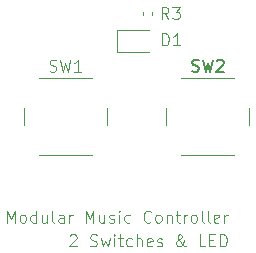
<source format=gto>
%TF.GenerationSoftware,KiCad,Pcbnew,9.0.5-1.fc42*%
%TF.CreationDate,2025-12-03T02:48:56+01:00*%
%TF.ProjectId,Block-Switch-2H,426c6f63-6b2d-4537-9769-7463682d3248,1*%
%TF.SameCoordinates,Original*%
%TF.FileFunction,Legend,Top*%
%TF.FilePolarity,Positive*%
%FSLAX46Y46*%
G04 Gerber Fmt 4.6, Leading zero omitted, Abs format (unit mm)*
G04 Created by KiCad (PCBNEW 9.0.5-1.fc42) date 2025-12-03 02:48:56*
%MOMM*%
%LPD*%
G01*
G04 APERTURE LIST*
%ADD10C,0.125000*%
%ADD11C,0.150000*%
%ADD12C,0.120000*%
G04 APERTURE END LIST*
D10*
X133419512Y-123756357D02*
X133467131Y-123708738D01*
X133467131Y-123708738D02*
X133562369Y-123661119D01*
X133562369Y-123661119D02*
X133800464Y-123661119D01*
X133800464Y-123661119D02*
X133895702Y-123708738D01*
X133895702Y-123708738D02*
X133943321Y-123756357D01*
X133943321Y-123756357D02*
X133990940Y-123851595D01*
X133990940Y-123851595D02*
X133990940Y-123946833D01*
X133990940Y-123946833D02*
X133943321Y-124089690D01*
X133943321Y-124089690D02*
X133371893Y-124661119D01*
X133371893Y-124661119D02*
X133990940Y-124661119D01*
X135133798Y-124613500D02*
X135276655Y-124661119D01*
X135276655Y-124661119D02*
X135514750Y-124661119D01*
X135514750Y-124661119D02*
X135609988Y-124613500D01*
X135609988Y-124613500D02*
X135657607Y-124565880D01*
X135657607Y-124565880D02*
X135705226Y-124470642D01*
X135705226Y-124470642D02*
X135705226Y-124375404D01*
X135705226Y-124375404D02*
X135657607Y-124280166D01*
X135657607Y-124280166D02*
X135609988Y-124232547D01*
X135609988Y-124232547D02*
X135514750Y-124184928D01*
X135514750Y-124184928D02*
X135324274Y-124137309D01*
X135324274Y-124137309D02*
X135229036Y-124089690D01*
X135229036Y-124089690D02*
X135181417Y-124042071D01*
X135181417Y-124042071D02*
X135133798Y-123946833D01*
X135133798Y-123946833D02*
X135133798Y-123851595D01*
X135133798Y-123851595D02*
X135181417Y-123756357D01*
X135181417Y-123756357D02*
X135229036Y-123708738D01*
X135229036Y-123708738D02*
X135324274Y-123661119D01*
X135324274Y-123661119D02*
X135562369Y-123661119D01*
X135562369Y-123661119D02*
X135705226Y-123708738D01*
X136038560Y-123994452D02*
X136229036Y-124661119D01*
X136229036Y-124661119D02*
X136419512Y-124184928D01*
X136419512Y-124184928D02*
X136609988Y-124661119D01*
X136609988Y-124661119D02*
X136800464Y-123994452D01*
X137181417Y-124661119D02*
X137181417Y-123994452D01*
X137181417Y-123661119D02*
X137133798Y-123708738D01*
X137133798Y-123708738D02*
X137181417Y-123756357D01*
X137181417Y-123756357D02*
X137229036Y-123708738D01*
X137229036Y-123708738D02*
X137181417Y-123661119D01*
X137181417Y-123661119D02*
X137181417Y-123756357D01*
X137514750Y-123994452D02*
X137895702Y-123994452D01*
X137657607Y-123661119D02*
X137657607Y-124518261D01*
X137657607Y-124518261D02*
X137705226Y-124613500D01*
X137705226Y-124613500D02*
X137800464Y-124661119D01*
X137800464Y-124661119D02*
X137895702Y-124661119D01*
X138657607Y-124613500D02*
X138562369Y-124661119D01*
X138562369Y-124661119D02*
X138371893Y-124661119D01*
X138371893Y-124661119D02*
X138276655Y-124613500D01*
X138276655Y-124613500D02*
X138229036Y-124565880D01*
X138229036Y-124565880D02*
X138181417Y-124470642D01*
X138181417Y-124470642D02*
X138181417Y-124184928D01*
X138181417Y-124184928D02*
X138229036Y-124089690D01*
X138229036Y-124089690D02*
X138276655Y-124042071D01*
X138276655Y-124042071D02*
X138371893Y-123994452D01*
X138371893Y-123994452D02*
X138562369Y-123994452D01*
X138562369Y-123994452D02*
X138657607Y-124042071D01*
X139086179Y-124661119D02*
X139086179Y-123661119D01*
X139514750Y-124661119D02*
X139514750Y-124137309D01*
X139514750Y-124137309D02*
X139467131Y-124042071D01*
X139467131Y-124042071D02*
X139371893Y-123994452D01*
X139371893Y-123994452D02*
X139229036Y-123994452D01*
X139229036Y-123994452D02*
X139133798Y-124042071D01*
X139133798Y-124042071D02*
X139086179Y-124089690D01*
X140371893Y-124613500D02*
X140276655Y-124661119D01*
X140276655Y-124661119D02*
X140086179Y-124661119D01*
X140086179Y-124661119D02*
X139990941Y-124613500D01*
X139990941Y-124613500D02*
X139943322Y-124518261D01*
X139943322Y-124518261D02*
X139943322Y-124137309D01*
X139943322Y-124137309D02*
X139990941Y-124042071D01*
X139990941Y-124042071D02*
X140086179Y-123994452D01*
X140086179Y-123994452D02*
X140276655Y-123994452D01*
X140276655Y-123994452D02*
X140371893Y-124042071D01*
X140371893Y-124042071D02*
X140419512Y-124137309D01*
X140419512Y-124137309D02*
X140419512Y-124232547D01*
X140419512Y-124232547D02*
X139943322Y-124327785D01*
X140800465Y-124613500D02*
X140895703Y-124661119D01*
X140895703Y-124661119D02*
X141086179Y-124661119D01*
X141086179Y-124661119D02*
X141181417Y-124613500D01*
X141181417Y-124613500D02*
X141229036Y-124518261D01*
X141229036Y-124518261D02*
X141229036Y-124470642D01*
X141229036Y-124470642D02*
X141181417Y-124375404D01*
X141181417Y-124375404D02*
X141086179Y-124327785D01*
X141086179Y-124327785D02*
X140943322Y-124327785D01*
X140943322Y-124327785D02*
X140848084Y-124280166D01*
X140848084Y-124280166D02*
X140800465Y-124184928D01*
X140800465Y-124184928D02*
X140800465Y-124137309D01*
X140800465Y-124137309D02*
X140848084Y-124042071D01*
X140848084Y-124042071D02*
X140943322Y-123994452D01*
X140943322Y-123994452D02*
X141086179Y-123994452D01*
X141086179Y-123994452D02*
X141181417Y-124042071D01*
X143229037Y-124661119D02*
X143181418Y-124661119D01*
X143181418Y-124661119D02*
X143086179Y-124613500D01*
X143086179Y-124613500D02*
X142943322Y-124470642D01*
X142943322Y-124470642D02*
X142705227Y-124184928D01*
X142705227Y-124184928D02*
X142609989Y-124042071D01*
X142609989Y-124042071D02*
X142562370Y-123899214D01*
X142562370Y-123899214D02*
X142562370Y-123803976D01*
X142562370Y-123803976D02*
X142609989Y-123708738D01*
X142609989Y-123708738D02*
X142705227Y-123661119D01*
X142705227Y-123661119D02*
X142752846Y-123661119D01*
X142752846Y-123661119D02*
X142848084Y-123708738D01*
X142848084Y-123708738D02*
X142895703Y-123803976D01*
X142895703Y-123803976D02*
X142895703Y-123851595D01*
X142895703Y-123851595D02*
X142848084Y-123946833D01*
X142848084Y-123946833D02*
X142800465Y-123994452D01*
X142800465Y-123994452D02*
X142514751Y-124184928D01*
X142514751Y-124184928D02*
X142467132Y-124232547D01*
X142467132Y-124232547D02*
X142419513Y-124327785D01*
X142419513Y-124327785D02*
X142419513Y-124470642D01*
X142419513Y-124470642D02*
X142467132Y-124565880D01*
X142467132Y-124565880D02*
X142514751Y-124613500D01*
X142514751Y-124613500D02*
X142609989Y-124661119D01*
X142609989Y-124661119D02*
X142752846Y-124661119D01*
X142752846Y-124661119D02*
X142848084Y-124613500D01*
X142848084Y-124613500D02*
X142895703Y-124565880D01*
X142895703Y-124565880D02*
X143038560Y-124375404D01*
X143038560Y-124375404D02*
X143086179Y-124232547D01*
X143086179Y-124232547D02*
X143086179Y-124137309D01*
X144895703Y-124661119D02*
X144419513Y-124661119D01*
X144419513Y-124661119D02*
X144419513Y-123661119D01*
X145229037Y-124137309D02*
X145562370Y-124137309D01*
X145705227Y-124661119D02*
X145229037Y-124661119D01*
X145229037Y-124661119D02*
X145229037Y-123661119D01*
X145229037Y-123661119D02*
X145705227Y-123661119D01*
X146133799Y-124661119D02*
X146133799Y-123661119D01*
X146133799Y-123661119D02*
X146371894Y-123661119D01*
X146371894Y-123661119D02*
X146514751Y-123708738D01*
X146514751Y-123708738D02*
X146609989Y-123803976D01*
X146609989Y-123803976D02*
X146657608Y-123899214D01*
X146657608Y-123899214D02*
X146705227Y-124089690D01*
X146705227Y-124089690D02*
X146705227Y-124232547D01*
X146705227Y-124232547D02*
X146657608Y-124423023D01*
X146657608Y-124423023D02*
X146609989Y-124518261D01*
X146609989Y-124518261D02*
X146514751Y-124613500D01*
X146514751Y-124613500D02*
X146371894Y-124661119D01*
X146371894Y-124661119D02*
X146133799Y-124661119D01*
X128082331Y-122656319D02*
X128082331Y-121656319D01*
X128082331Y-121656319D02*
X128415664Y-122370604D01*
X128415664Y-122370604D02*
X128748997Y-121656319D01*
X128748997Y-121656319D02*
X128748997Y-122656319D01*
X129368045Y-122656319D02*
X129272807Y-122608700D01*
X129272807Y-122608700D02*
X129225188Y-122561080D01*
X129225188Y-122561080D02*
X129177569Y-122465842D01*
X129177569Y-122465842D02*
X129177569Y-122180128D01*
X129177569Y-122180128D02*
X129225188Y-122084890D01*
X129225188Y-122084890D02*
X129272807Y-122037271D01*
X129272807Y-122037271D02*
X129368045Y-121989652D01*
X129368045Y-121989652D02*
X129510902Y-121989652D01*
X129510902Y-121989652D02*
X129606140Y-122037271D01*
X129606140Y-122037271D02*
X129653759Y-122084890D01*
X129653759Y-122084890D02*
X129701378Y-122180128D01*
X129701378Y-122180128D02*
X129701378Y-122465842D01*
X129701378Y-122465842D02*
X129653759Y-122561080D01*
X129653759Y-122561080D02*
X129606140Y-122608700D01*
X129606140Y-122608700D02*
X129510902Y-122656319D01*
X129510902Y-122656319D02*
X129368045Y-122656319D01*
X130558521Y-122656319D02*
X130558521Y-121656319D01*
X130558521Y-122608700D02*
X130463283Y-122656319D01*
X130463283Y-122656319D02*
X130272807Y-122656319D01*
X130272807Y-122656319D02*
X130177569Y-122608700D01*
X130177569Y-122608700D02*
X130129950Y-122561080D01*
X130129950Y-122561080D02*
X130082331Y-122465842D01*
X130082331Y-122465842D02*
X130082331Y-122180128D01*
X130082331Y-122180128D02*
X130129950Y-122084890D01*
X130129950Y-122084890D02*
X130177569Y-122037271D01*
X130177569Y-122037271D02*
X130272807Y-121989652D01*
X130272807Y-121989652D02*
X130463283Y-121989652D01*
X130463283Y-121989652D02*
X130558521Y-122037271D01*
X131463283Y-121989652D02*
X131463283Y-122656319D01*
X131034712Y-121989652D02*
X131034712Y-122513461D01*
X131034712Y-122513461D02*
X131082331Y-122608700D01*
X131082331Y-122608700D02*
X131177569Y-122656319D01*
X131177569Y-122656319D02*
X131320426Y-122656319D01*
X131320426Y-122656319D02*
X131415664Y-122608700D01*
X131415664Y-122608700D02*
X131463283Y-122561080D01*
X132082331Y-122656319D02*
X131987093Y-122608700D01*
X131987093Y-122608700D02*
X131939474Y-122513461D01*
X131939474Y-122513461D02*
X131939474Y-121656319D01*
X132891855Y-122656319D02*
X132891855Y-122132509D01*
X132891855Y-122132509D02*
X132844236Y-122037271D01*
X132844236Y-122037271D02*
X132748998Y-121989652D01*
X132748998Y-121989652D02*
X132558522Y-121989652D01*
X132558522Y-121989652D02*
X132463284Y-122037271D01*
X132891855Y-122608700D02*
X132796617Y-122656319D01*
X132796617Y-122656319D02*
X132558522Y-122656319D01*
X132558522Y-122656319D02*
X132463284Y-122608700D01*
X132463284Y-122608700D02*
X132415665Y-122513461D01*
X132415665Y-122513461D02*
X132415665Y-122418223D01*
X132415665Y-122418223D02*
X132463284Y-122322985D01*
X132463284Y-122322985D02*
X132558522Y-122275366D01*
X132558522Y-122275366D02*
X132796617Y-122275366D01*
X132796617Y-122275366D02*
X132891855Y-122227747D01*
X133368046Y-122656319D02*
X133368046Y-121989652D01*
X133368046Y-122180128D02*
X133415665Y-122084890D01*
X133415665Y-122084890D02*
X133463284Y-122037271D01*
X133463284Y-122037271D02*
X133558522Y-121989652D01*
X133558522Y-121989652D02*
X133653760Y-121989652D01*
X134748999Y-122656319D02*
X134748999Y-121656319D01*
X134748999Y-121656319D02*
X135082332Y-122370604D01*
X135082332Y-122370604D02*
X135415665Y-121656319D01*
X135415665Y-121656319D02*
X135415665Y-122656319D01*
X136320427Y-121989652D02*
X136320427Y-122656319D01*
X135891856Y-121989652D02*
X135891856Y-122513461D01*
X135891856Y-122513461D02*
X135939475Y-122608700D01*
X135939475Y-122608700D02*
X136034713Y-122656319D01*
X136034713Y-122656319D02*
X136177570Y-122656319D01*
X136177570Y-122656319D02*
X136272808Y-122608700D01*
X136272808Y-122608700D02*
X136320427Y-122561080D01*
X136748999Y-122608700D02*
X136844237Y-122656319D01*
X136844237Y-122656319D02*
X137034713Y-122656319D01*
X137034713Y-122656319D02*
X137129951Y-122608700D01*
X137129951Y-122608700D02*
X137177570Y-122513461D01*
X137177570Y-122513461D02*
X137177570Y-122465842D01*
X137177570Y-122465842D02*
X137129951Y-122370604D01*
X137129951Y-122370604D02*
X137034713Y-122322985D01*
X137034713Y-122322985D02*
X136891856Y-122322985D01*
X136891856Y-122322985D02*
X136796618Y-122275366D01*
X136796618Y-122275366D02*
X136748999Y-122180128D01*
X136748999Y-122180128D02*
X136748999Y-122132509D01*
X136748999Y-122132509D02*
X136796618Y-122037271D01*
X136796618Y-122037271D02*
X136891856Y-121989652D01*
X136891856Y-121989652D02*
X137034713Y-121989652D01*
X137034713Y-121989652D02*
X137129951Y-122037271D01*
X137606142Y-122656319D02*
X137606142Y-121989652D01*
X137606142Y-121656319D02*
X137558523Y-121703938D01*
X137558523Y-121703938D02*
X137606142Y-121751557D01*
X137606142Y-121751557D02*
X137653761Y-121703938D01*
X137653761Y-121703938D02*
X137606142Y-121656319D01*
X137606142Y-121656319D02*
X137606142Y-121751557D01*
X138510903Y-122608700D02*
X138415665Y-122656319D01*
X138415665Y-122656319D02*
X138225189Y-122656319D01*
X138225189Y-122656319D02*
X138129951Y-122608700D01*
X138129951Y-122608700D02*
X138082332Y-122561080D01*
X138082332Y-122561080D02*
X138034713Y-122465842D01*
X138034713Y-122465842D02*
X138034713Y-122180128D01*
X138034713Y-122180128D02*
X138082332Y-122084890D01*
X138082332Y-122084890D02*
X138129951Y-122037271D01*
X138129951Y-122037271D02*
X138225189Y-121989652D01*
X138225189Y-121989652D02*
X138415665Y-121989652D01*
X138415665Y-121989652D02*
X138510903Y-122037271D01*
X140272808Y-122561080D02*
X140225189Y-122608700D01*
X140225189Y-122608700D02*
X140082332Y-122656319D01*
X140082332Y-122656319D02*
X139987094Y-122656319D01*
X139987094Y-122656319D02*
X139844237Y-122608700D01*
X139844237Y-122608700D02*
X139748999Y-122513461D01*
X139748999Y-122513461D02*
X139701380Y-122418223D01*
X139701380Y-122418223D02*
X139653761Y-122227747D01*
X139653761Y-122227747D02*
X139653761Y-122084890D01*
X139653761Y-122084890D02*
X139701380Y-121894414D01*
X139701380Y-121894414D02*
X139748999Y-121799176D01*
X139748999Y-121799176D02*
X139844237Y-121703938D01*
X139844237Y-121703938D02*
X139987094Y-121656319D01*
X139987094Y-121656319D02*
X140082332Y-121656319D01*
X140082332Y-121656319D02*
X140225189Y-121703938D01*
X140225189Y-121703938D02*
X140272808Y-121751557D01*
X140844237Y-122656319D02*
X140748999Y-122608700D01*
X140748999Y-122608700D02*
X140701380Y-122561080D01*
X140701380Y-122561080D02*
X140653761Y-122465842D01*
X140653761Y-122465842D02*
X140653761Y-122180128D01*
X140653761Y-122180128D02*
X140701380Y-122084890D01*
X140701380Y-122084890D02*
X140748999Y-122037271D01*
X140748999Y-122037271D02*
X140844237Y-121989652D01*
X140844237Y-121989652D02*
X140987094Y-121989652D01*
X140987094Y-121989652D02*
X141082332Y-122037271D01*
X141082332Y-122037271D02*
X141129951Y-122084890D01*
X141129951Y-122084890D02*
X141177570Y-122180128D01*
X141177570Y-122180128D02*
X141177570Y-122465842D01*
X141177570Y-122465842D02*
X141129951Y-122561080D01*
X141129951Y-122561080D02*
X141082332Y-122608700D01*
X141082332Y-122608700D02*
X140987094Y-122656319D01*
X140987094Y-122656319D02*
X140844237Y-122656319D01*
X141606142Y-121989652D02*
X141606142Y-122656319D01*
X141606142Y-122084890D02*
X141653761Y-122037271D01*
X141653761Y-122037271D02*
X141748999Y-121989652D01*
X141748999Y-121989652D02*
X141891856Y-121989652D01*
X141891856Y-121989652D02*
X141987094Y-122037271D01*
X141987094Y-122037271D02*
X142034713Y-122132509D01*
X142034713Y-122132509D02*
X142034713Y-122656319D01*
X142368047Y-121989652D02*
X142748999Y-121989652D01*
X142510904Y-121656319D02*
X142510904Y-122513461D01*
X142510904Y-122513461D02*
X142558523Y-122608700D01*
X142558523Y-122608700D02*
X142653761Y-122656319D01*
X142653761Y-122656319D02*
X142748999Y-122656319D01*
X143082333Y-122656319D02*
X143082333Y-121989652D01*
X143082333Y-122180128D02*
X143129952Y-122084890D01*
X143129952Y-122084890D02*
X143177571Y-122037271D01*
X143177571Y-122037271D02*
X143272809Y-121989652D01*
X143272809Y-121989652D02*
X143368047Y-121989652D01*
X143844238Y-122656319D02*
X143749000Y-122608700D01*
X143749000Y-122608700D02*
X143701381Y-122561080D01*
X143701381Y-122561080D02*
X143653762Y-122465842D01*
X143653762Y-122465842D02*
X143653762Y-122180128D01*
X143653762Y-122180128D02*
X143701381Y-122084890D01*
X143701381Y-122084890D02*
X143749000Y-122037271D01*
X143749000Y-122037271D02*
X143844238Y-121989652D01*
X143844238Y-121989652D02*
X143987095Y-121989652D01*
X143987095Y-121989652D02*
X144082333Y-122037271D01*
X144082333Y-122037271D02*
X144129952Y-122084890D01*
X144129952Y-122084890D02*
X144177571Y-122180128D01*
X144177571Y-122180128D02*
X144177571Y-122465842D01*
X144177571Y-122465842D02*
X144129952Y-122561080D01*
X144129952Y-122561080D02*
X144082333Y-122608700D01*
X144082333Y-122608700D02*
X143987095Y-122656319D01*
X143987095Y-122656319D02*
X143844238Y-122656319D01*
X144749000Y-122656319D02*
X144653762Y-122608700D01*
X144653762Y-122608700D02*
X144606143Y-122513461D01*
X144606143Y-122513461D02*
X144606143Y-121656319D01*
X145272810Y-122656319D02*
X145177572Y-122608700D01*
X145177572Y-122608700D02*
X145129953Y-122513461D01*
X145129953Y-122513461D02*
X145129953Y-121656319D01*
X146034715Y-122608700D02*
X145939477Y-122656319D01*
X145939477Y-122656319D02*
X145749001Y-122656319D01*
X145749001Y-122656319D02*
X145653763Y-122608700D01*
X145653763Y-122608700D02*
X145606144Y-122513461D01*
X145606144Y-122513461D02*
X145606144Y-122132509D01*
X145606144Y-122132509D02*
X145653763Y-122037271D01*
X145653763Y-122037271D02*
X145749001Y-121989652D01*
X145749001Y-121989652D02*
X145939477Y-121989652D01*
X145939477Y-121989652D02*
X146034715Y-122037271D01*
X146034715Y-122037271D02*
X146082334Y-122132509D01*
X146082334Y-122132509D02*
X146082334Y-122227747D01*
X146082334Y-122227747D02*
X145606144Y-122322985D01*
X146510906Y-122656319D02*
X146510906Y-121989652D01*
X146510906Y-122180128D02*
X146558525Y-122084890D01*
X146558525Y-122084890D02*
X146606144Y-122037271D01*
X146606144Y-122037271D02*
X146701382Y-121989652D01*
X146701382Y-121989652D02*
X146796620Y-121989652D01*
X141219405Y-107644119D02*
X141219405Y-106644119D01*
X141219405Y-106644119D02*
X141457500Y-106644119D01*
X141457500Y-106644119D02*
X141600357Y-106691738D01*
X141600357Y-106691738D02*
X141695595Y-106786976D01*
X141695595Y-106786976D02*
X141743214Y-106882214D01*
X141743214Y-106882214D02*
X141790833Y-107072690D01*
X141790833Y-107072690D02*
X141790833Y-107215547D01*
X141790833Y-107215547D02*
X141743214Y-107406023D01*
X141743214Y-107406023D02*
X141695595Y-107501261D01*
X141695595Y-107501261D02*
X141600357Y-107596500D01*
X141600357Y-107596500D02*
X141457500Y-107644119D01*
X141457500Y-107644119D02*
X141219405Y-107644119D01*
X142743214Y-107644119D02*
X142171786Y-107644119D01*
X142457500Y-107644119D02*
X142457500Y-106644119D01*
X142457500Y-106644119D02*
X142362262Y-106786976D01*
X142362262Y-106786976D02*
X142267024Y-106882214D01*
X142267024Y-106882214D02*
X142171786Y-106929833D01*
D11*
X143763967Y-109822200D02*
X143906824Y-109869819D01*
X143906824Y-109869819D02*
X144144919Y-109869819D01*
X144144919Y-109869819D02*
X144240157Y-109822200D01*
X144240157Y-109822200D02*
X144287776Y-109774580D01*
X144287776Y-109774580D02*
X144335395Y-109679342D01*
X144335395Y-109679342D02*
X144335395Y-109584104D01*
X144335395Y-109584104D02*
X144287776Y-109488866D01*
X144287776Y-109488866D02*
X144240157Y-109441247D01*
X144240157Y-109441247D02*
X144144919Y-109393628D01*
X144144919Y-109393628D02*
X143954443Y-109346009D01*
X143954443Y-109346009D02*
X143859205Y-109298390D01*
X143859205Y-109298390D02*
X143811586Y-109250771D01*
X143811586Y-109250771D02*
X143763967Y-109155533D01*
X143763967Y-109155533D02*
X143763967Y-109060295D01*
X143763967Y-109060295D02*
X143811586Y-108965057D01*
X143811586Y-108965057D02*
X143859205Y-108917438D01*
X143859205Y-108917438D02*
X143954443Y-108869819D01*
X143954443Y-108869819D02*
X144192538Y-108869819D01*
X144192538Y-108869819D02*
X144335395Y-108917438D01*
X144668729Y-108869819D02*
X144906824Y-109869819D01*
X144906824Y-109869819D02*
X145097300Y-109155533D01*
X145097300Y-109155533D02*
X145287776Y-109869819D01*
X145287776Y-109869819D02*
X145525872Y-108869819D01*
X145859205Y-108965057D02*
X145906824Y-108917438D01*
X145906824Y-108917438D02*
X146002062Y-108869819D01*
X146002062Y-108869819D02*
X146240157Y-108869819D01*
X146240157Y-108869819D02*
X146335395Y-108917438D01*
X146335395Y-108917438D02*
X146383014Y-108965057D01*
X146383014Y-108965057D02*
X146430633Y-109060295D01*
X146430633Y-109060295D02*
X146430633Y-109155533D01*
X146430633Y-109155533D02*
X146383014Y-109298390D01*
X146383014Y-109298390D02*
X145811586Y-109869819D01*
X145811586Y-109869819D02*
X146430633Y-109869819D01*
D10*
X141768533Y-105408919D02*
X141435200Y-104932728D01*
X141197105Y-105408919D02*
X141197105Y-104408919D01*
X141197105Y-104408919D02*
X141578057Y-104408919D01*
X141578057Y-104408919D02*
X141673295Y-104456538D01*
X141673295Y-104456538D02*
X141720914Y-104504157D01*
X141720914Y-104504157D02*
X141768533Y-104599395D01*
X141768533Y-104599395D02*
X141768533Y-104742252D01*
X141768533Y-104742252D02*
X141720914Y-104837490D01*
X141720914Y-104837490D02*
X141673295Y-104885109D01*
X141673295Y-104885109D02*
X141578057Y-104932728D01*
X141578057Y-104932728D02*
X141197105Y-104932728D01*
X142101867Y-104408919D02*
X142720914Y-104408919D01*
X142720914Y-104408919D02*
X142387581Y-104789871D01*
X142387581Y-104789871D02*
X142530438Y-104789871D01*
X142530438Y-104789871D02*
X142625676Y-104837490D01*
X142625676Y-104837490D02*
X142673295Y-104885109D01*
X142673295Y-104885109D02*
X142720914Y-104980347D01*
X142720914Y-104980347D02*
X142720914Y-105218442D01*
X142720914Y-105218442D02*
X142673295Y-105313680D01*
X142673295Y-105313680D02*
X142625676Y-105361300D01*
X142625676Y-105361300D02*
X142530438Y-105408919D01*
X142530438Y-105408919D02*
X142244724Y-105408919D01*
X142244724Y-105408919D02*
X142149486Y-105361300D01*
X142149486Y-105361300D02*
X142101867Y-105313680D01*
X131699367Y-109823500D02*
X131842224Y-109871119D01*
X131842224Y-109871119D02*
X132080319Y-109871119D01*
X132080319Y-109871119D02*
X132175557Y-109823500D01*
X132175557Y-109823500D02*
X132223176Y-109775880D01*
X132223176Y-109775880D02*
X132270795Y-109680642D01*
X132270795Y-109680642D02*
X132270795Y-109585404D01*
X132270795Y-109585404D02*
X132223176Y-109490166D01*
X132223176Y-109490166D02*
X132175557Y-109442547D01*
X132175557Y-109442547D02*
X132080319Y-109394928D01*
X132080319Y-109394928D02*
X131889843Y-109347309D01*
X131889843Y-109347309D02*
X131794605Y-109299690D01*
X131794605Y-109299690D02*
X131746986Y-109252071D01*
X131746986Y-109252071D02*
X131699367Y-109156833D01*
X131699367Y-109156833D02*
X131699367Y-109061595D01*
X131699367Y-109061595D02*
X131746986Y-108966357D01*
X131746986Y-108966357D02*
X131794605Y-108918738D01*
X131794605Y-108918738D02*
X131889843Y-108871119D01*
X131889843Y-108871119D02*
X132127938Y-108871119D01*
X132127938Y-108871119D02*
X132270795Y-108918738D01*
X132604129Y-108871119D02*
X132842224Y-109871119D01*
X132842224Y-109871119D02*
X133032700Y-109156833D01*
X133032700Y-109156833D02*
X133223176Y-109871119D01*
X133223176Y-109871119D02*
X133461272Y-108871119D01*
X134366033Y-109871119D02*
X133794605Y-109871119D01*
X134080319Y-109871119D02*
X134080319Y-108871119D01*
X134080319Y-108871119D02*
X133985081Y-109013976D01*
X133985081Y-109013976D02*
X133889843Y-109109214D01*
X133889843Y-109109214D02*
X133794605Y-109156833D01*
D12*
%TO.C,D1*%
X137400000Y-106329600D02*
X137400000Y-108249600D01*
X137400000Y-108249600D02*
X140085000Y-108249600D01*
X140085000Y-106329600D02*
X137400000Y-106329600D01*
%TO.C,SW2*%
X141597300Y-112915000D02*
X141597300Y-114415000D01*
X142847300Y-116915000D02*
X147347300Y-116915000D01*
X147347300Y-110415000D02*
X142847300Y-110415000D01*
X148597300Y-114415000D02*
X148597300Y-112915000D01*
%TO.C,R3*%
X139642500Y-104799159D02*
X139642500Y-105106441D01*
X140402500Y-104799159D02*
X140402500Y-105106441D01*
%TO.C,SW1*%
X129532700Y-112915000D02*
X129532700Y-114415000D01*
X130782700Y-116915000D02*
X135282700Y-116915000D01*
X135282700Y-110415000D02*
X130782700Y-110415000D01*
X136532700Y-114415000D02*
X136532700Y-112915000D01*
%TD*%
M02*

</source>
